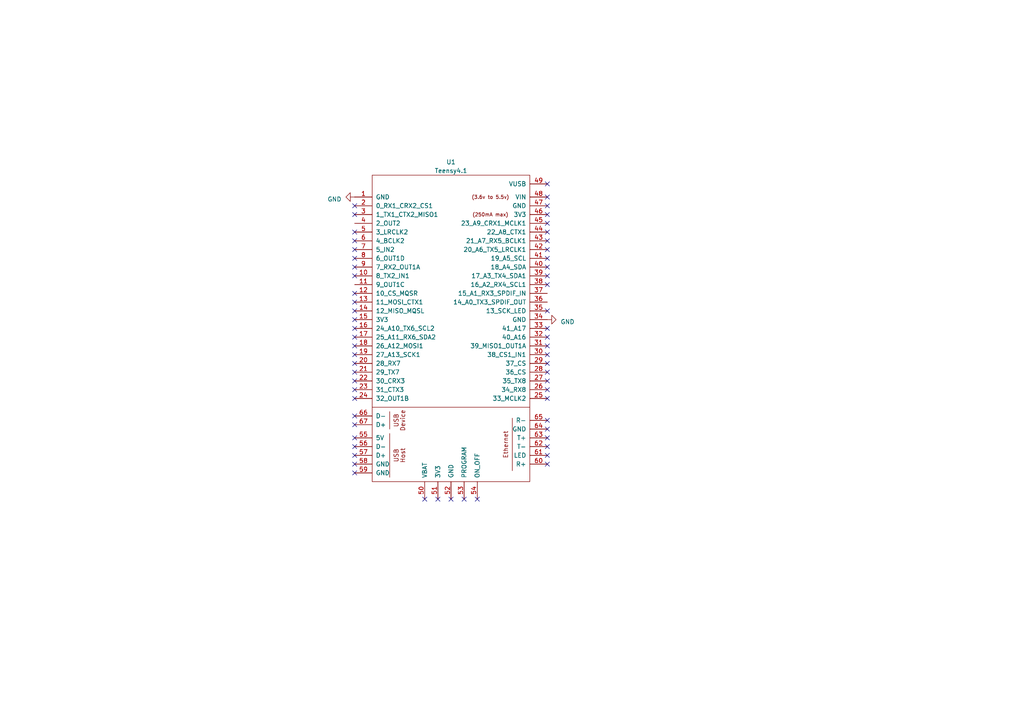
<source format=kicad_sch>
(kicad_sch (version 20230121) (generator eeschema)
  (paper "A4")
  (lib_symbols
    (symbol "power:GND" (power) (pin_names (offset 0))
      (property "Value" "GND" (at 0 -3.81 0))
      (symbol "GND_0_1"
        (polyline (pts (xy 0 0) (xy 0 -1.27) (xy 1.27 -1.27) (xy 0 -2.54) (xy -1.27 -1.27) (xy 0 -1.27)))
      )
      (symbol "GND_1_1"
        (pin power_in line (at 0 0 270) (length 0) hide (name "GND") (number "1"))
      )
    )
    (symbol "teensy:Teensy4.1" (pin_names (offset 1.016))
      (property "Reference" "U" (at 0 64.77 0))
      (property "Value" "Teensy4.1" (at 0 62.23 0))
      (symbol "Teensy4.1_0_0"
        (polyline (pts (xy -22.86 -6.35) (xy 22.86 -6.35)))
        (polyline (pts (xy -17.78 -26.67) (xy -17.78 -13.97)))
        (polyline (pts (xy -17.78 -7.62) (xy -17.78 -12.7)))
        (polyline (pts (xy 17.78 -9.525) (xy 17.78 -24.765)))
        (text "(250mA max)" (at 11.43 49.53 0) (effects (font (size 1.016 1.016))))
        (text "(3.6v to 5.5v)" (at 11.43 54.61 0) (effects (font (size 1.016 1.016))))
        (text "Device" (at -13.97 -10.16 900) (effects (font (size 1.27 1.27))))
        (text "Ethernet" (at 15.875 -17.145 900) (effects (font (size 1.27 1.27))))
        (text "Host" (at -13.97 -20.32 900) (effects (font (size 1.27 1.27))))
        (text "USB" (at -15.875 -20.32 900) (effects (font (size 1.27 1.27))))
        (text "USB" (at -15.875 -10.16 900) (effects (font (size 1.27 1.27))))
        (pin bidirectional line (at -27.94 31.75 0) (length 5.08) (name "8_TX2_IN1") (number "10"))
        (pin bidirectional line (at -27.94 29.21 0) (length 5.08) (name "9_OUT1C") (number "11"))
        (pin bidirectional line (at -27.94 26.67 0) (length 5.08) (name "10_CS_MQSR") (number "12"))
        (pin bidirectional line (at -27.94 24.13 0) (length 5.08) (name "11_MOSI_CTX1") (number "13"))
        (pin bidirectional line (at -27.94 21.59 0) (length 5.08) (name "12_MISO_MQSL") (number "14"))
        (pin power_in line (at -27.94 19.05 0) (length 5.08) (name "3V3") (number "15"))
        (pin bidirectional line (at -27.94 16.51 0) (length 5.08) (name "24_A10_TX6_SCL2") (number "16"))
        (pin bidirectional line (at -27.94 13.97 0) (length 5.08) (name "25_A11_RX6_SDA2") (number "17"))
        (pin bidirectional line (at -27.94 11.43 0) (length 5.08) (name "26_A12_MOSI1") (number "18"))
        (pin bidirectional line (at -27.94 8.89 0) (length 5.08) (name "27_A13_SCK1") (number "19"))
        (pin bidirectional line (at -27.94 6.35 0) (length 5.08) (name "28_RX7") (number "20"))
        (pin bidirectional line (at -27.94 3.81 0) (length 5.08) (name "29_TX7") (number "21"))
        (pin bidirectional line (at -27.94 1.27 0) (length 5.08) (name "30_CRX3") (number "22"))
        (pin bidirectional line (at -27.94 -1.27 0) (length 5.08) (name "31_CTX3") (number "23"))
        (pin bidirectional line (at -27.94 -3.81 0) (length 5.08) (name "32_OUT1B") (number "24"))
        (pin bidirectional line (at 27.94 -3.81 180) (length 5.08) (name "33_MCLK2") (number "25"))
        (pin bidirectional line (at 27.94 -1.27 180) (length 5.08) (name "34_RX8") (number "26"))
        (pin bidirectional line (at 27.94 1.27 180) (length 5.08) (name "35_TX8") (number "27"))
        (pin bidirectional line (at 27.94 3.81 180) (length 5.08) (name "36_CS") (number "28"))
        (pin bidirectional line (at 27.94 6.35 180) (length 5.08) (name "37_CS") (number "29"))
        (pin bidirectional line (at 27.94 8.89 180) (length 5.08) (name "38_CS1_IN1") (number "30"))
        (pin bidirectional line (at 27.94 11.43 180) (length 5.08) (name "39_MISO1_OUT1A") (number "31"))
        (pin bidirectional line (at 27.94 13.97 180) (length 5.08) (name "40_A16") (number "32"))
        (pin bidirectional line (at 27.94 16.51 180) (length 5.08) (name "41_A17") (number "33"))
        (pin bidirectional line (at 27.94 21.59 180) (length 5.08) (name "13_SCK_LED") (number "35"))
        (pin bidirectional line (at 27.94 24.13 180) (length 5.08) (name "14_A0_TX3_SPDIF_OUT") (number "36"))
        (pin bidirectional line (at 27.94 26.67 180) (length 5.08) (name "15_A1_RX3_SPDIF_IN") (number "37"))
        (pin bidirectional line (at 27.94 29.21 180) (length 5.08) (name "16_A2_RX4_SCL1") (number "38"))
        (pin bidirectional line (at 27.94 31.75 180) (length 5.08) (name "17_A3_TX4_SDA1") (number "39"))
        (pin bidirectional line (at 27.94 34.29 180) (length 5.08) (name "18_A4_SDA") (number "40"))
        (pin bidirectional line (at 27.94 36.83 180) (length 5.08) (name "19_A5_SCL") (number "41"))
        (pin bidirectional line (at 27.94 39.37 180) (length 5.08) (name "20_A6_TX5_LRCLK1") (number "42"))
        (pin bidirectional line (at 27.94 41.91 180) (length 5.08) (name "21_A7_RX5_BCLK1") (number "43"))
        (pin bidirectional line (at 27.94 44.45 180) (length 5.08) (name "22_A8_CTX1") (number "44"))
        (pin bidirectional line (at 27.94 46.99 180) (length 5.08) (name "23_A9_CRX1_MCLK1") (number "45"))
        (pin output line (at 27.94 49.53 180) (length 5.08) (name "3V3") (number "46"))
        (pin output line (at 27.94 52.07 180) (length 5.08) (name "GND") (number "47"))
        (pin power_in line (at 27.94 54.61 180) (length 5.08) (name "VIN") (number "48"))
        (pin power_out line (at 27.94 58.42 180) (length 5.08) (name "VUSB") (number "49"))
        (pin bidirectional line (at -27.94 44.45 0) (length 5.08) (name "3_LRCLK2") (number "5"))
        (pin power_in line (at -7.62 -33.02 90) (length 5.08) (name "VBAT") (number "50"))
        (pin power_in line (at -3.81 -33.02 90) (length 5.08) (name "3V3") (number "51"))
        (pin input line (at 0 -33.02 90) (length 5.08) (name "GND") (number "52"))
        (pin input line (at 3.81 -33.02 90) (length 5.08) (name "PROGRAM") (number "53"))
        (pin input line (at 7.62 -33.02 90) (length 5.08) (name "ON_OFF") (number "54"))
        (pin power_out line (at -27.94 -15.24 0) (length 5.08) (name "5V") (number "55"))
        (pin bidirectional line (at -27.94 -17.78 0) (length 5.08) (name "D-") (number "56"))
        (pin bidirectional line (at -27.94 -20.32 0) (length 5.08) (name "D+") (number "57"))
        (pin power_in line (at -27.94 -22.86 0) (length 5.08) (name "GND") (number "58"))
        (pin power_in line (at -27.94 -25.4 0) (length 5.08) (name "GND") (number "59"))
        (pin bidirectional line (at -27.94 41.91 0) (length 5.08) (name "4_BCLK2") (number "6"))
        (pin bidirectional line (at 27.94 -22.86 180) (length 5.08) (name "R+") (number "60"))
        (pin bidirectional line (at 27.94 -20.32 180) (length 5.08) (name "LED") (number "61"))
        (pin bidirectional line (at 27.94 -17.78 180) (length 5.08) (name "T-") (number "62"))
        (pin bidirectional line (at 27.94 -15.24 180) (length 5.08) (name "T+") (number "63"))
        (pin power_in line (at 27.94 -12.7 180) (length 5.08) (name "GND") (number "64"))
        (pin bidirectional line (at 27.94 -10.16 180) (length 5.08) (name "R-") (number "65"))
        (pin bidirectional line (at -27.94 -8.89 0) (length 5.08) (name "D-") (number "66"))
        (pin bidirectional line (at -27.94 -11.43 0) (length 5.08) (name "D+") (number "67"))
        (pin bidirectional line (at -27.94 39.37 0) (length 5.08) (name "5_IN2") (number "7"))
        (pin bidirectional line (at -27.94 36.83 0) (length 5.08) (name "6_OUT1D") (number "8"))
        (pin bidirectional line (at -27.94 34.29 0) (length 5.08) (name "7_RX2_OUT1A") (number "9"))
      )
      (symbol "Teensy4.1_0_1"
        (rectangle (start -22.86 60.96) (end 22.86 -27.94))
        (rectangle (start -20.32 -1.27) (end -20.32 -1.27))
      )
      (symbol "Teensy4.1_1_1"
        (pin power_in line (at -27.94 54.61 0) (length 5.08) (name "GND") (number "1"))
        (pin bidirectional line (at -27.94 52.07 0) (length 5.08) (name "0_RX1_CRX2_CS1") (number "2"))
        (pin bidirectional line (at -27.94 49.53 0) (length 5.08) (name "1_TX1_CTX2_MISO1") (number "3"))
        (pin power_in line (at 27.94 19.05 180) (length 5.08) (name "GND") (number "34"))
        (pin bidirectional line (at -27.94 46.99 0) (length 5.08) (name "2_OUT2") (number "4"))
      )
    )
  )
  (no_connect (at 102.87 67.31))
  (no_connect (at 102.87 113.03))
  (no_connect (at 158.75 59.69))
  (no_connect (at 102.87 132.08))
  (no_connect (at 158.75 121.92))
  (no_connect (at 158.75 100.33))
  (no_connect (at 102.87 59.69))
  (no_connect (at 158.75 74.93))
  (no_connect (at 158.75 95.25))
  (no_connect (at 158.75 129.54))
  (no_connect (at 102.87 110.49))
  (no_connect (at 102.87 115.57))
  (no_connect (at 158.75 105.41))
  (no_connect (at 102.87 77.47))
  (no_connect (at 138.43 144.78))
  (no_connect (at 102.87 129.54))
  (no_connect (at 102.87 85.09))
  (no_connect (at 102.87 137.16))
  (no_connect (at 102.87 123.19))
  (no_connect (at 102.87 72.39))
  (no_connect (at 102.87 120.65))
  (no_connect (at 102.87 100.33))
  (no_connect (at 158.75 113.03))
  (no_connect (at 123.19 144.78))
  (no_connect (at 158.75 110.49))
  (no_connect (at 127 144.78))
  (no_connect (at 158.75 57.15))
  (no_connect (at 158.75 82.55))
  (no_connect (at 158.75 69.85))
  (no_connect (at 158.75 132.08))
  (no_connect (at 158.75 64.77))
  (no_connect (at 158.75 115.57))
  (no_connect (at 130.81 144.78))
  (no_connect (at 102.87 69.85))
  (no_connect (at 158.75 77.47))
  (no_connect (at 158.75 80.01))
  (no_connect (at 158.75 107.95))
  (no_connect (at 102.87 87.63))
  (no_connect (at 158.75 134.62))
  (no_connect (at 102.87 102.87))
  (no_connect (at 102.87 80.01))
  (no_connect (at 134.62 144.78))
  (no_connect (at 158.75 127))
  (no_connect (at 158.75 62.23))
  (no_connect (at 158.75 124.46))
  (no_connect (at 158.75 72.39))
  (no_connect (at 102.87 74.93))
  (no_connect (at 158.75 67.31))
  (no_connect (at 102.87 134.62))
  (no_connect (at 158.75 102.87))
  (no_connect (at 158.75 53.34))
  (no_connect (at 102.87 107.95))
  (no_connect (at 102.87 127))
  (no_connect (at 102.87 62.23))
  (no_connect (at 102.87 95.25))
  (no_connect (at 102.87 92.71))
  (no_connect (at 158.75 97.79))
  (no_connect (at 102.87 105.41))
  (no_connect (at 102.87 97.79))
  (no_connect (at 102.87 90.17))
  (no_connect (at 158.75 90.17))
  (symbol (lib_id "power:GND") (at 102.87 57.15 270) (unit 1)
    (property "Reference" "#PWR01" (effects hide))
    (property "Value" "GND" (at 99.06 57.785 90) (effects (justify right)))
  )
  (symbol (lib_id "teensy:Teensy4.1") (at 130.81 111.76 0) (unit 1)
    (property "Reference" "U1" (at 130.81 46.99 0))
    (property "Value" "Teensy4.1" (at 130.81 49.53 0))
    (property "Footprint" "teensy_footprints:Teensy41" (effects hide))
  )
  (symbol (lib_id "power:GND") (at 158.75 92.71 90) (unit 1)
    (property "Reference" "#PWR02" (effects hide))
    (property "Value" "GND" (at 162.56 93.345 90) (effects (justify right)))
  )
)
</source>
